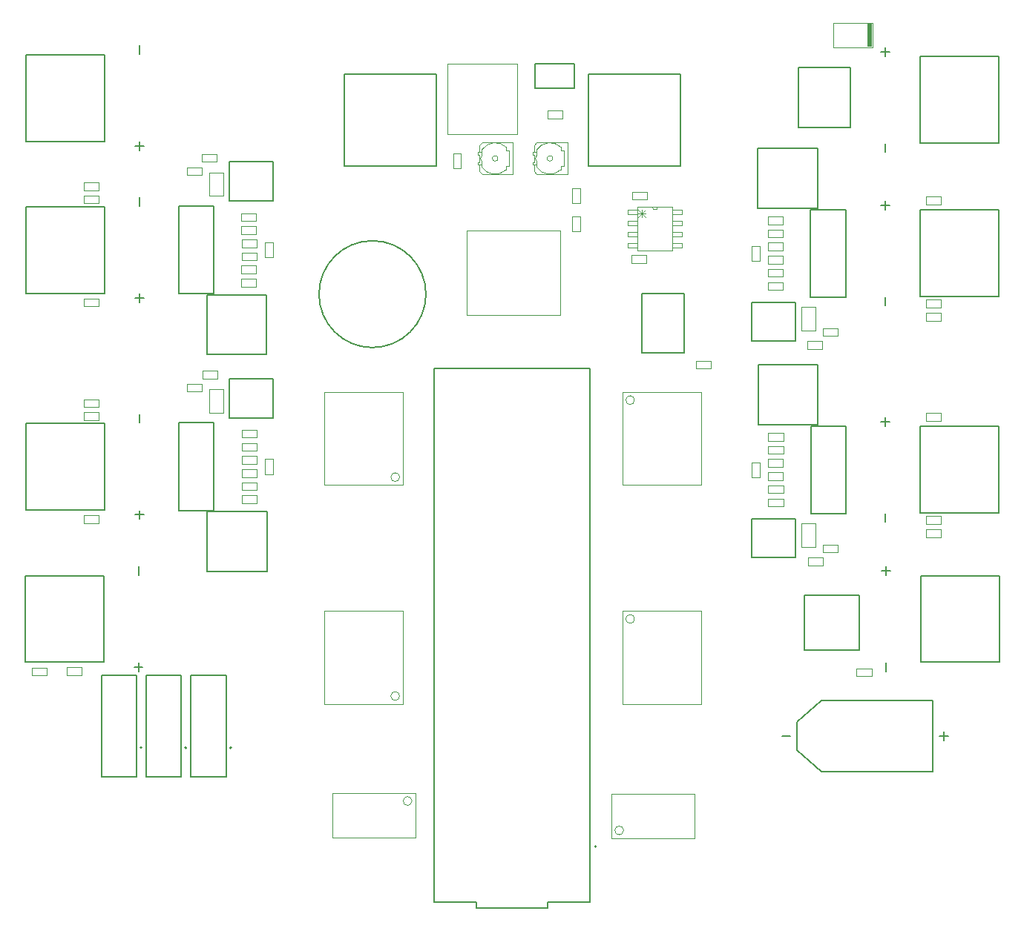
<source format=gbr>
G04*
G04 #@! TF.GenerationSoftware,Altium Limited,Altium Designer,25.4.2 (15)*
G04*
G04 Layer_Color=16711935*
%FSLAX44Y44*%
%MOMM*%
G71*
G04*
G04 #@! TF.SameCoordinates,CE8B7503-BC5D-454C-BBEA-07EE3AA0370F*
G04*
G04*
G04 #@! TF.FilePolarity,Positive*
G04*
G01*
G75*
%ADD11C,0.2000*%
%ADD12C,0.1270*%
%ADD16C,0.1000*%
%ADD18C,0.0762*%
%ADD80C,0.0000*%
%ADD81C,0.0254*%
%ADD82R,0.6052X2.8000*%
D11*
X1195300Y544000D02*
G03*
X1195300Y544000I-1000J0D01*
G01*
X677000Y657000D02*
G03*
X677000Y657000I-1000J0D01*
G01*
X728000D02*
G03*
X728000Y657000I-1000J0D01*
G01*
X779000D02*
G03*
X779000Y657000I-1000J0D01*
G01*
X1432550Y768550D02*
X1495450D01*
Y831450D01*
X1432550D02*
X1495450D01*
X1432550Y768550D02*
Y831450D01*
X751500Y858500D02*
Y926500D01*
Y858500D02*
X819500D01*
Y926500D01*
X751500D02*
X819500D01*
X719246Y927999D02*
Y1027999D01*
Y927999D02*
X759246D01*
Y1027999D01*
X719246D02*
X759246D01*
X826750Y1033848D02*
Y1078548D01*
X776750D02*
X826750D01*
X776750Y1033848D02*
Y1078548D01*
Y1033848D02*
X826750D01*
X1448000Y1026000D02*
Y1094000D01*
X1380000D02*
X1448000D01*
X1380000Y1026000D02*
Y1094000D01*
Y1026000D02*
X1448000D01*
X1480254Y924501D02*
Y1024501D01*
X1440254D02*
X1480254D01*
X1440254Y924501D02*
Y1024501D01*
Y924501D02*
X1480254D01*
X1372750Y873952D02*
Y918652D01*
Y873952D02*
X1422750D01*
Y918652D01*
X1372750D02*
X1422750D01*
X751250Y1106000D02*
Y1174000D01*
Y1106000D02*
X819250D01*
Y1174000D01*
X751250D02*
X819250D01*
X776500Y1281348D02*
X826500D01*
X776500D02*
Y1326048D01*
X826500D01*
Y1281348D02*
Y1326048D01*
X718996Y1275499D02*
X758996D01*
Y1175499D02*
Y1275499D01*
X718996Y1175499D02*
X758996D01*
X718996D02*
Y1275499D01*
X1447750Y1273250D02*
Y1341250D01*
X1379750D02*
X1447750D01*
X1379750Y1273250D02*
Y1341250D01*
Y1273250D02*
X1447750D01*
X1480004Y1171751D02*
Y1271751D01*
X1440004D02*
X1480004D01*
X1440004Y1171751D02*
Y1271751D01*
Y1171751D02*
X1480004D01*
X1372500Y1121202D02*
Y1165902D01*
Y1121202D02*
X1422500D01*
Y1165902D01*
X1372500D02*
X1422500D01*
X907700Y1321350D02*
Y1426350D01*
X1012700D01*
Y1321350D02*
Y1426350D01*
X907700Y1321350D02*
X1012700D01*
X1186700D02*
X1291700D01*
Y1426350D01*
X1186700D02*
X1291700D01*
X1186700Y1321350D02*
Y1426350D01*
X1170700Y1409900D02*
Y1437800D01*
X1125700D02*
X1170700D01*
X1125700Y1409900D02*
Y1437800D01*
Y1409900D02*
X1170700D01*
X1247350Y1107950D02*
X1295650D01*
Y1176050D01*
X1247350D02*
X1295650D01*
X1247350Y1107950D02*
Y1176050D01*
D12*
X1001000Y1175000D02*
G03*
X1001000Y1175000I-61000J0D01*
G01*
X1010400Y480500D02*
Y1090100D01*
X1188200D01*
Y480500D02*
Y1090100D01*
X1139600Y473500D02*
Y480500D01*
X1059000Y473500D02*
Y480500D01*
Y473500D02*
X1139600D01*
Y480500D02*
X1188200D01*
X1010400D02*
X1059000D01*
X674000Y1449000D02*
Y1459000D01*
X634500Y1349500D02*
Y1448500D01*
X586500Y1349500D02*
X634500D01*
X544500D02*
X561500D01*
X544500D02*
Y1448500D01*
X561500D01*
X586500D01*
X634500D01*
X561500Y1349500D02*
X586500D01*
X674000Y1339000D02*
Y1349000D01*
X669000Y1344000D02*
X679000D01*
X631000Y624000D02*
X671000D01*
Y740000D01*
X631000D02*
X671000D01*
X631000Y624000D02*
Y740000D01*
X1526000Y744000D02*
Y754000D01*
X1565500Y754500D02*
Y853500D01*
X1613500D01*
X1638500D02*
X1655500D01*
Y754500D02*
Y853500D01*
X1638500Y754500D02*
X1655500D01*
X1613500D02*
X1638500D01*
X1565500D02*
X1613500D01*
Y853500D02*
X1638500D01*
X1526000Y854000D02*
Y864000D01*
X1521000Y859000D02*
X1531000D01*
X1520000Y1452000D02*
X1530000D01*
X1525000Y1447000D02*
Y1457000D01*
X1612500Y1446500D02*
X1637500D01*
X1564500Y1347500D02*
X1612500D01*
X1637500D01*
X1654500D01*
Y1446500D01*
X1637500D02*
X1654500D01*
X1564500D02*
X1612500D01*
X1564500Y1347500D02*
Y1446500D01*
X1525000Y1337000D02*
Y1347000D01*
X669000Y1170500D02*
X679000D01*
X674000Y1165500D02*
Y1175500D01*
X561500Y1176000D02*
X586500D01*
Y1275000D02*
X634500D01*
X561500D02*
X586500D01*
X544500D02*
X561500D01*
X544500Y1176000D02*
Y1275000D01*
Y1176000D02*
X561500D01*
X586500D02*
X634500D01*
Y1275000D01*
X674000Y1275500D02*
Y1285500D01*
X1525000Y1161750D02*
Y1171750D01*
X1564500Y1172250D02*
Y1271250D01*
X1612500D01*
X1637500D02*
X1654500D01*
Y1172250D02*
Y1271250D01*
X1637500Y1172250D02*
X1654500D01*
X1612500D02*
X1637500D01*
X1564500D02*
X1612500D01*
Y1271250D02*
X1637500D01*
X1525000Y1271750D02*
Y1281750D01*
X1520000Y1276750D02*
X1530000D01*
X669250Y923000D02*
X679250D01*
X674250Y918000D02*
Y928000D01*
X561750Y928500D02*
X586750D01*
Y1027500D02*
X634750D01*
X561750D02*
X586750D01*
X544750D02*
X561750D01*
X544750Y928500D02*
Y1027500D01*
Y928500D02*
X561750D01*
X586750D02*
X634750D01*
Y1027500D01*
X674250Y1028000D02*
Y1038000D01*
X1525250Y914500D02*
Y924500D01*
X1564750Y925000D02*
Y1024000D01*
X1612750D01*
X1637750D02*
X1654750D01*
Y925000D02*
Y1024000D01*
X1637750Y925000D02*
X1654750D01*
X1612750D02*
X1637750D01*
X1564750D02*
X1612750D01*
Y1024000D02*
X1637750D01*
X1525250Y1024500D02*
Y1034500D01*
X1520250Y1029500D02*
X1530250D01*
X668000Y749000D02*
X678000D01*
X673000Y744000D02*
Y754000D01*
X560500Y754500D02*
X585500D01*
Y853500D02*
X633500D01*
X560500D02*
X585500D01*
X543500D02*
X560500D01*
X543500Y754500D02*
Y853500D01*
Y754500D02*
X560500D01*
X585500D02*
X633500D01*
Y853500D01*
X673000Y854000D02*
Y864000D01*
X682000Y624000D02*
X722000D01*
Y740000D01*
X682000D02*
X722000D01*
X682000Y624000D02*
Y740000D01*
X733000Y624000D02*
X773000D01*
Y740000D01*
X733000D02*
X773000D01*
X733000Y624000D02*
Y740000D01*
X1485025Y1365225D02*
Y1433775D01*
X1425975Y1365225D02*
X1485025D01*
X1425975D02*
Y1433775D01*
X1485025D01*
X1592000Y665000D02*
Y675000D01*
X1587000Y670000D02*
X1597000D01*
X1407000D02*
X1417000D01*
X1424500Y654000D02*
X1452500Y629500D01*
X1424500Y686000D02*
X1452500Y710500D01*
X1579500Y629500D02*
Y710500D01*
X1452500D02*
X1579500D01*
X1424500Y654000D02*
Y686000D01*
X1452500Y629500D02*
X1579500D01*
D16*
X985000Y596000D02*
G03*
X985000Y596000I-5000J0D01*
G01*
X1226500Y562500D02*
G03*
X1226500Y562500I-5000J0D01*
G01*
X1239000Y1054000D02*
G03*
X1239000Y1054000I-5000J0D01*
G01*
Y804000D02*
G03*
X1239000Y804000I-5000J0D01*
G01*
X971000Y716000D02*
G03*
X971000Y716000I-5000J0D01*
G01*
Y966000D02*
G03*
X971000Y966000I-5000J0D01*
G01*
X1092500Y1342952D02*
G03*
X1064852Y1339723I-12500J-12952D01*
G01*
Y1333523D02*
G03*
X1064852Y1326477I3548J-3523D01*
G01*
X1080000Y1333175D02*
G03*
X1080000Y1326825I0J-3175D01*
G01*
D02*
G03*
X1080000Y1333175I0J3175D01*
G01*
X1064852Y1320277D02*
G03*
X1092500Y1317048I15148J9723D01*
G01*
X1127352Y1320277D02*
G03*
X1155000Y1317048I15148J9723D01*
G01*
X1142500Y1326825D02*
G03*
X1142500Y1333175I0J3175D01*
G01*
D02*
G03*
X1142500Y1326825I0J-3175D01*
G01*
X1127352Y1333523D02*
G03*
X1127352Y1326477I3548J-3523D01*
G01*
X1155000Y1342952D02*
G03*
X1127352Y1339723I-12500J-12952D01*
G01*
X1492500Y738500D02*
Y747500D01*
X1509500Y738500D02*
Y747500D01*
X1492500D02*
X1509500D01*
X1492500Y738500D02*
X1509500D01*
X551500Y748500D02*
X568500D01*
X551500Y739500D02*
X568500D01*
X551500D02*
Y748500D01*
X568500Y739500D02*
Y748500D01*
X1235500Y1219500D02*
X1252500D01*
X1235500Y1210500D02*
X1252500D01*
X1235500D02*
Y1219500D01*
X1252500Y1210500D02*
Y1219500D01*
X1025200Y1357850D02*
X1105200D01*
X1025200Y1437850D02*
X1105200D01*
Y1357850D02*
Y1437850D01*
X1025200Y1357850D02*
Y1437850D01*
X894000Y554000D02*
Y605000D01*
X989000Y554000D02*
Y605000D01*
X894000Y554000D02*
X989000D01*
X894000Y605000D02*
X989000D01*
X1307500Y553500D02*
Y604500D01*
X1212500Y553500D02*
Y604500D01*
X1307500D01*
X1212500Y553500D02*
X1307500D01*
X1225000Y957000D02*
X1315000D01*
X1225000Y1063000D02*
X1315000D01*
Y957000D02*
Y1063000D01*
X1225000Y957000D02*
Y1063000D01*
Y707000D02*
X1315000D01*
X1225000Y813000D02*
X1315000D01*
Y707000D02*
Y813000D01*
X1225000Y707000D02*
Y813000D01*
X885000D02*
X975000D01*
X885000Y707000D02*
X975000D01*
X885000D02*
Y813000D01*
X975000Y707000D02*
Y813000D01*
X885000Y1063000D02*
X975000D01*
X885000Y957000D02*
X975000D01*
X885000D02*
Y1063000D01*
X975000Y957000D02*
Y1063000D01*
X1465500Y1485000D02*
X1510500D01*
X1465500Y1457000D02*
X1510500D01*
X1465500D02*
Y1485000D01*
X1510500Y1457000D02*
Y1485000D01*
X1139700Y1375850D02*
Y1384850D01*
X1156700Y1375850D02*
Y1384850D01*
X1139700D02*
X1156700D01*
X1139700Y1375850D02*
X1156700D01*
X1032000Y1319000D02*
X1041000D01*
X1032000Y1336000D02*
X1041000D01*
X1032000Y1319000D02*
Y1336000D01*
X1041000Y1319000D02*
Y1336000D01*
X1167700Y1278850D02*
X1176700D01*
X1167700Y1295850D02*
X1176700D01*
X1167700Y1278850D02*
Y1295850D01*
X1176700Y1278850D02*
Y1295850D01*
X1236000Y1283000D02*
Y1292000D01*
X1253000Y1283000D02*
Y1292000D01*
X1236000D02*
X1253000D01*
X1236000Y1283000D02*
X1253000D01*
X1326500Y1090000D02*
Y1099000D01*
X1309500Y1090000D02*
Y1099000D01*
Y1090000D02*
X1326500D01*
X1309500Y1099000D02*
X1326500D01*
X610500Y1293500D02*
Y1302500D01*
X627500Y1293500D02*
Y1302500D01*
X610500D02*
X627500D01*
X610500Y1293500D02*
X627500D01*
X745500Y1326000D02*
Y1335000D01*
X762500Y1326000D02*
Y1335000D01*
X745500D02*
X762500D01*
X745500Y1326000D02*
X762500D01*
X807750Y1213500D02*
Y1222500D01*
X790750Y1213500D02*
Y1222500D01*
Y1213500D02*
X807750D01*
X790750Y1222500D02*
X807750D01*
Y1228500D02*
Y1237500D01*
X790750Y1228500D02*
Y1237500D01*
Y1228500D02*
X807750D01*
X790750Y1237500D02*
X807750D01*
X807500Y1243500D02*
Y1252500D01*
X790500Y1243500D02*
Y1252500D01*
Y1243500D02*
X807500D01*
X790500Y1252500D02*
X807500D01*
Y1198500D02*
Y1207500D01*
X790500Y1198500D02*
Y1207500D01*
Y1198500D02*
X807500D01*
X790500Y1207500D02*
X807500D01*
X807500Y1183500D02*
Y1192500D01*
X790500Y1183500D02*
Y1192500D01*
Y1183500D02*
X807500D01*
X790500Y1192500D02*
X807500D01*
Y1258500D02*
Y1267500D01*
X790500Y1258500D02*
Y1267500D01*
Y1258500D02*
X807500D01*
X790500Y1267500D02*
X807500D01*
X1391500Y1179750D02*
Y1188750D01*
X1408500Y1179750D02*
Y1188750D01*
X1391500D02*
X1408500D01*
X1391500Y1179750D02*
X1408500D01*
X807750Y1011000D02*
Y1020000D01*
X790750Y1011000D02*
Y1020000D01*
Y1011000D02*
X807750D01*
X790750Y1020000D02*
X807750D01*
X1391750Y932500D02*
Y941500D01*
X1408750Y932500D02*
Y941500D01*
X1391750D02*
X1408750D01*
X1391750Y932500D02*
X1408750D01*
X1391500Y1254750D02*
Y1263750D01*
X1408500Y1254750D02*
Y1263750D01*
X1391500D02*
X1408500D01*
X1391500Y1254750D02*
X1408500D01*
X807750Y936000D02*
Y945000D01*
X790750Y936000D02*
Y945000D01*
Y936000D02*
X807750D01*
X790750Y945000D02*
X807750D01*
X1391750Y1007500D02*
Y1016500D01*
X1408750Y1007500D02*
Y1016500D01*
X1391750D02*
X1408750D01*
X1391750Y1007500D02*
X1408750D01*
X1391500Y1239750D02*
Y1248750D01*
X1408500Y1239750D02*
Y1248750D01*
X1391500D02*
X1408500D01*
X1391500Y1239750D02*
X1408500D01*
X807750Y951000D02*
Y960000D01*
X790750Y951000D02*
Y960000D01*
Y951000D02*
X807750D01*
X790750Y960000D02*
X807750D01*
X1391750Y992500D02*
Y1001500D01*
X1408750Y992500D02*
Y1001500D01*
X1391750D02*
X1408750D01*
X1391750Y992500D02*
X1408750D01*
X1391500Y1194750D02*
Y1203750D01*
X1408500Y1194750D02*
Y1203750D01*
X1391500D02*
X1408500D01*
X1391500Y1194750D02*
X1408500D01*
X807750Y996000D02*
Y1005000D01*
X790750Y996000D02*
Y1005000D01*
Y996000D02*
X807750D01*
X790750Y1005000D02*
X807750D01*
X1391750Y947500D02*
Y956500D01*
X1408750Y947500D02*
Y956500D01*
X1391750D02*
X1408750D01*
X1391750Y947500D02*
X1408750D01*
X1391250Y1209750D02*
Y1218750D01*
X1408250Y1209750D02*
Y1218750D01*
X1391250D02*
X1408250D01*
X1391250Y1209750D02*
X1408250D01*
X808000Y981000D02*
Y990000D01*
X791000Y981000D02*
Y990000D01*
Y981000D02*
X808000D01*
X791000Y990000D02*
X808000D01*
X1391500Y962500D02*
Y971500D01*
X1408500Y962500D02*
Y971500D01*
X1391500D02*
X1408500D01*
X1391500Y962500D02*
X1408500D01*
X1391250Y1224750D02*
Y1233750D01*
X1408250Y1224750D02*
Y1233750D01*
X1391250D02*
X1408250D01*
X1391250Y1224750D02*
X1408250D01*
X808000Y966000D02*
Y975000D01*
X791000Y966000D02*
Y975000D01*
Y966000D02*
X808000D01*
X791000Y975000D02*
X808000D01*
X1391500Y977500D02*
Y986500D01*
X1408500Y977500D02*
Y986500D01*
X1391500D02*
X1408500D01*
X1391500Y977500D02*
X1408500D01*
X1453500Y1112250D02*
Y1121250D01*
X1436500Y1112250D02*
Y1121250D01*
Y1112250D02*
X1453500D01*
X1436500Y1121250D02*
X1453500D01*
X745750Y1078500D02*
Y1087500D01*
X762750Y1078500D02*
Y1087500D01*
X745750D02*
X762750D01*
X745750Y1078500D02*
X762750D01*
X1453750Y865000D02*
Y874000D01*
X1436750Y865000D02*
Y874000D01*
Y865000D02*
X1453750D01*
X1436750Y874000D02*
X1453750D01*
X1588500Y1144750D02*
Y1153750D01*
X1571500Y1144750D02*
Y1153750D01*
Y1144750D02*
X1588500D01*
X1571500Y1153750D02*
X1588500D01*
X610750Y1046000D02*
Y1055000D01*
X627750Y1046000D02*
Y1055000D01*
X610750D02*
X627750D01*
X610750Y1046000D02*
X627750D01*
X1588750Y897500D02*
Y906500D01*
X1571750Y897500D02*
Y906500D01*
Y897500D02*
X1588750D01*
X1571750Y906500D02*
X1588750D01*
X610489Y1160913D02*
Y1169913D01*
X627489Y1160913D02*
Y1169913D01*
X610489D02*
X627489D01*
X610489Y1160913D02*
X627489D01*
X627511Y1278587D02*
Y1287587D01*
X610511Y1278587D02*
Y1287587D01*
Y1278587D02*
X627511D01*
X610511Y1287587D02*
X627511D01*
X1571489Y1159663D02*
Y1168663D01*
X1588489Y1159663D02*
Y1168663D01*
X1571489D02*
X1588489D01*
X1571489Y1159663D02*
X1588489D01*
X627761Y1031087D02*
Y1040087D01*
X610761Y1031087D02*
Y1040087D01*
Y1031087D02*
X627761D01*
X610761Y1040087D02*
X627761D01*
X1571739Y912413D02*
Y921413D01*
X1588739Y912413D02*
Y921413D01*
X1571739D02*
X1588739D01*
X1571739Y912413D02*
X1588739D01*
X1588511Y1277337D02*
Y1286337D01*
X1571511Y1277337D02*
Y1286337D01*
Y1277337D02*
X1588511D01*
X1571511Y1286337D02*
X1588511D01*
X610739Y913413D02*
Y922413D01*
X627739Y913413D02*
Y922413D01*
X610739D02*
X627739D01*
X610739Y913413D02*
X627739D01*
X1588761Y1030087D02*
Y1039087D01*
X1571761Y1030087D02*
Y1039087D01*
Y1030087D02*
X1588761D01*
X1571761Y1039087D02*
X1588761D01*
X608511Y739587D02*
Y748587D01*
X591511Y739587D02*
Y748587D01*
Y739587D02*
X608511D01*
X591511Y748587D02*
X608511D01*
X1176700Y1246850D02*
Y1263850D01*
X1167700Y1246850D02*
Y1263850D01*
X1176700D01*
X1167700Y1246850D02*
X1176700D01*
X826250Y1217000D02*
Y1234000D01*
X817250Y1217000D02*
Y1234000D01*
X826250D01*
X817250Y1217000D02*
X826250D01*
X728000Y1320000D02*
X745000D01*
X728000Y1311000D02*
X745000D01*
X728000D02*
Y1320000D01*
X745000Y1311000D02*
Y1320000D01*
X1372750Y1213250D02*
Y1230250D01*
X1381750Y1213250D02*
Y1230250D01*
X1372750Y1213250D02*
X1381750D01*
X1372750Y1230250D02*
X1381750D01*
X826500Y969500D02*
Y986500D01*
X817500Y969500D02*
Y986500D01*
X826500D01*
X817500Y969500D02*
X826500D01*
X1373000Y966000D02*
Y983000D01*
X1382000Y966000D02*
Y983000D01*
X1373000Y966000D02*
X1382000D01*
X1373000Y983000D02*
X1382000D01*
X1454000Y1127250D02*
X1471000D01*
X1454000Y1136250D02*
X1471000D01*
Y1127250D02*
Y1136250D01*
X1454000Y1127250D02*
Y1136250D01*
X728250Y1072500D02*
X745250D01*
X728250Y1063500D02*
X745250D01*
X728250D02*
Y1072500D01*
X745250Y1063500D02*
Y1072500D01*
X1454250Y880000D02*
X1471250D01*
X1454250Y889000D02*
X1471250D01*
Y880000D02*
Y889000D01*
X1454250Y880000D02*
Y889000D01*
X769750Y1039550D02*
Y1066450D01*
X753750Y1039550D02*
X769750D01*
X753750Y1066450D02*
X769750D01*
X753750Y1039550D02*
Y1066450D01*
X1429750Y886050D02*
Y912950D01*
X1445750D01*
X1429750Y886050D02*
X1445750D01*
Y912950D01*
X753500Y1287050D02*
Y1313950D01*
X769500D01*
X753500Y1287050D02*
X769500D01*
Y1313950D01*
X1429500Y1133300D02*
Y1160200D01*
X1445500D01*
X1429500Y1133300D02*
X1445500D01*
Y1160200D01*
X1047950Y1247850D02*
X1154450D01*
X1047950Y1151350D02*
X1154450D01*
Y1247850D01*
X1047950Y1151350D02*
Y1247850D01*
X1065000Y1312000D02*
X1100000D01*
X1100000Y1312000D02*
Y1348000D01*
X1064852Y1320277D02*
Y1326477D01*
X1092500Y1317048D02*
Y1321048D01*
X1060500Y1325750D02*
X1062000D01*
X1060500Y1322700D02*
Y1325750D01*
X1092500Y1338952D02*
X1096000D01*
X1092500D02*
Y1342952D01*
X1062000Y1315000D02*
X1065000Y1312000D01*
X1060500Y1334250D02*
X1062000D01*
X1060500Y1322700D02*
X1064852D01*
X1060500Y1334250D02*
Y1337300D01*
X1065000Y1348000D02*
X1100000D01*
X1062000Y1325800D02*
Y1334200D01*
X1064852Y1333523D02*
Y1339723D01*
X1096000Y1321048D02*
Y1338952D01*
X1092500Y1321048D02*
X1096000D01*
X1060500Y1337300D02*
X1064852D01*
X1062000Y1345000D02*
X1065000Y1348000D01*
X1062000Y1337500D02*
Y1345000D01*
Y1315000D02*
Y1322500D01*
X1127500Y1312000D02*
X1162500D01*
X1162500Y1312000D02*
Y1348000D01*
X1127352Y1320277D02*
Y1326477D01*
X1155000Y1317048D02*
Y1321048D01*
X1123000Y1325750D02*
X1124500D01*
X1123000Y1322700D02*
Y1325750D01*
X1155000Y1338952D02*
X1158500D01*
X1155000D02*
Y1342952D01*
X1124500Y1315000D02*
X1127500Y1312000D01*
X1123000Y1334250D02*
X1124500D01*
X1123000Y1322700D02*
X1127352D01*
X1123000Y1334250D02*
Y1337300D01*
X1127500Y1348000D02*
X1162500D01*
X1124500Y1325800D02*
Y1334200D01*
X1127352Y1333523D02*
Y1339723D01*
X1158500Y1321048D02*
Y1338952D01*
X1155000Y1321048D02*
X1158500D01*
X1123000Y1337300D02*
X1127352D01*
X1124500Y1345000D02*
X1127500Y1348000D01*
X1124500Y1337500D02*
Y1345000D01*
Y1315000D02*
Y1322500D01*
D18*
X1243176Y1271527D02*
X1251640Y1263063D01*
X1243176D02*
X1251640Y1271527D01*
X1243176Y1267295D02*
X1251640D01*
X1247408Y1263063D02*
Y1271527D01*
D80*
X1259432Y1274409D02*
G03*
X1265528Y1274409I3048J0D01*
G01*
D81*
X1242541Y1224371D02*
Y1274409D01*
X1282419D01*
Y1224371D02*
Y1274409D01*
X1242541Y1224371D02*
X1282419D01*
Y1270980D02*
X1293468D01*
Y1265900D02*
Y1270980D01*
X1282419Y1265900D02*
X1293468D01*
X1282419D02*
Y1270980D01*
Y1258280D02*
X1293468D01*
Y1253200D02*
Y1258280D01*
X1282419Y1253200D02*
X1293468D01*
X1282419D02*
Y1258280D01*
Y1245580D02*
X1293468D01*
Y1240500D02*
Y1245580D01*
X1282419Y1240500D02*
X1293468D01*
X1282419D02*
Y1245580D01*
Y1232880D02*
X1293468D01*
Y1227800D02*
Y1232880D01*
X1282419Y1227800D02*
X1293468D01*
X1282419D02*
Y1232880D01*
X1231492Y1227800D02*
X1242541D01*
X1231492D02*
Y1232880D01*
X1242541D01*
Y1227800D02*
Y1232880D01*
X1231492Y1240500D02*
X1242541D01*
X1231492D02*
Y1245580D01*
X1242541D01*
Y1240500D02*
Y1245580D01*
X1231492Y1253200D02*
X1242541D01*
X1231492D02*
Y1258280D01*
X1242541D01*
Y1253200D02*
Y1258280D01*
X1231492Y1265900D02*
X1242541D01*
X1231492D02*
Y1270980D01*
X1242541D01*
Y1265900D02*
Y1270980D01*
D82*
X1507473Y1471000D02*
D03*
M02*

</source>
